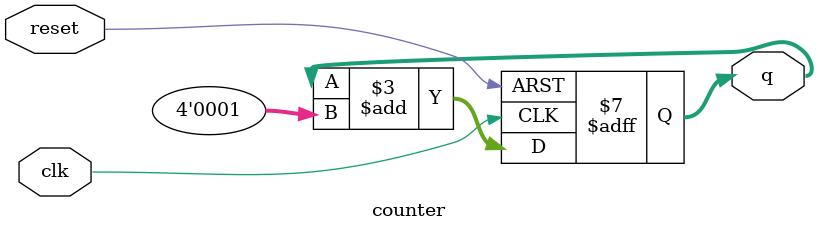
<source format=v>
module counter( 
    input clk,
    input reset,
    output reg [3:0] q
); 
// update q on the positive edge of the clock according to the following cases:
// on reset, assign q to 1
// else if q is 12, assign q to 1
// else, increment q by 1 
always @(posedge clk or posedge reset) 
begin
	if(reset) 
	begin 
 	 	q <= 4'b0001; 
	end 
	else if(q == 12'b1111111111111111) 
	begin 
 	 	q <= 4'b0001; 
	end 
	else 
	begin 
 	 	q <= q + 4'b0001; 
	end 
end 
endmodule

</source>
